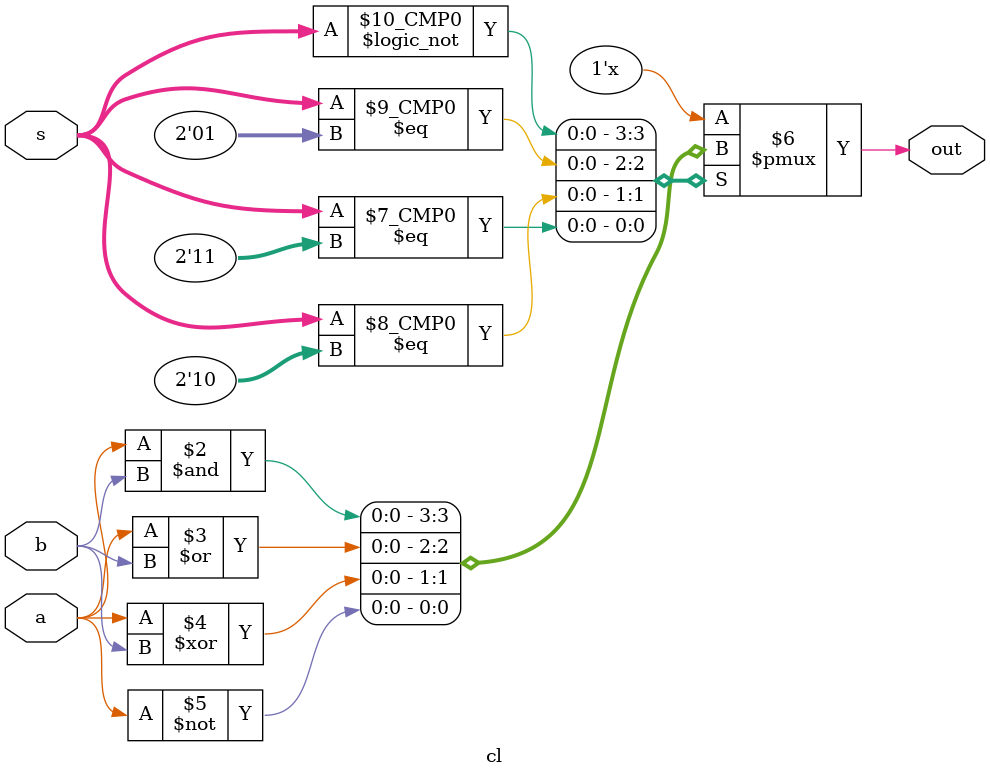
<source format=v>
module cl(output reg out, input wire a, b, input wire [1:0] s);

always @*
begin
  case(s)
    2'b00: out = a & b;
    2'b01: out = a | b;
    2'b10: out = a ^ b;
    2'b11: out = ~a;
    default: out = 'bx;
  endcase

end
endmodule

</source>
